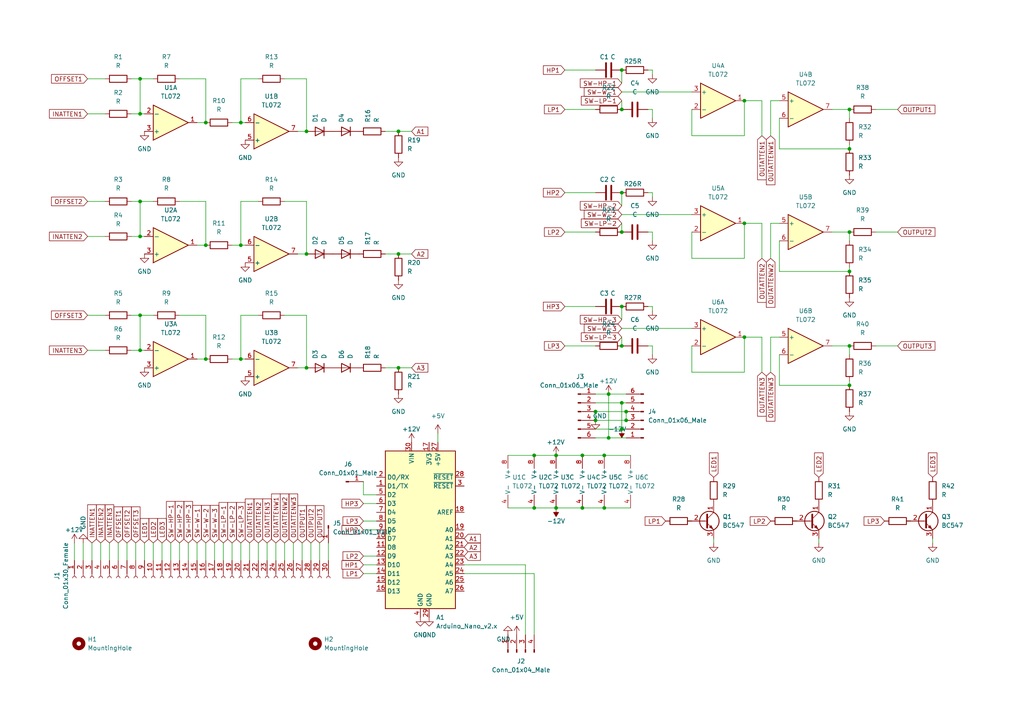
<source format=kicad_sch>
(kicad_sch (version 20211123) (generator eeschema)
  (paper "A4")
  (lib_symbols
    (symbol "Amplifier_Operational:TL072" (pin_names (offset 0.127))
      (property "Reference" "U" (at 0 5.08 0))
      (property "Value" "TL072" (at 0 -5.08 0))
      (symbol "TL072_1_1"
        (pin output line (at 7.62 0 180) (length 2.54) (name "~") (number "1"))
        (pin input line (at -7.62 -2.54 0) (length 2.54) (name "-") (number "2"))
        (pin input line (at -7.62 2.54 0) (length 2.54) (name "+") (number "3"))
      )
      (symbol "TL072_2_1"
        (pin input line (at -7.62 2.54 0) (length 2.54) (name "+") (number "5"))
        (pin input line (at -7.62 -2.54 0) (length 2.54) (name "-") (number "6"))
        (pin output line (at 7.62 0 180) (length 2.54) (name "~") (number "7"))
      )
      (symbol "TL072_3_1"
        (pin power_in line (at -2.54 -7.62 90) (length 3.81) (name "V-") (number "4"))
        (pin power_in line (at -2.54 7.62 270) (length 3.81) (name "V+") (number "8"))
      )
    )
    (symbol "Connector:Conn_01x01_Male" (pin_names (offset 1.016) hide)
      (property "Reference" "J" (at 0 2.54 0))
      (property "Value" "Conn_01x01_Male" (at 0 -2.54 0))
      (symbol "Conn_01x01_Male_1_1"
        (pin passive line (at 5.08 0 180) (length 3.81) (name "Pin_1") (number "1"))
      )
    )
    (symbol "Connector:Conn_01x04_Male" (pin_names (offset 1.016) hide)
      (property "Reference" "J" (at 0 5.08 0))
      (property "Value" "Conn_01x04_Male" (at 0 -7.62 0))
      (symbol "Conn_01x04_Male_1_1"
        (pin passive line (at 5.08 2.54 180) (length 3.81) (name "Pin_1") (number "1"))
        (pin passive line (at 5.08 0 180) (length 3.81) (name "Pin_2") (number "2"))
        (pin passive line (at 5.08 -2.54 180) (length 3.81) (name "Pin_3") (number "3"))
        (pin passive line (at 5.08 -5.08 180) (length 3.81) (name "Pin_4") (number "4"))
      )
    )
    (symbol "Connector:Conn_01x06_Male" (pin_names (offset 1.016) hide)
      (property "Reference" "J" (at 0 7.62 0))
      (property "Value" "Conn_01x06_Male" (at 0 -10.16 0))
      (symbol "Conn_01x06_Male_1_1"
        (pin passive line (at 5.08 5.08 180) (length 3.81) (name "Pin_1") (number "1"))
        (pin passive line (at 5.08 2.54 180) (length 3.81) (name "Pin_2") (number "2"))
        (pin passive line (at 5.08 0 180) (length 3.81) (name "Pin_3") (number "3"))
        (pin passive line (at 5.08 -2.54 180) (length 3.81) (name "Pin_4") (number "4"))
        (pin passive line (at 5.08 -5.08 180) (length 3.81) (name "Pin_5") (number "5"))
        (pin passive line (at 5.08 -7.62 180) (length 3.81) (name "Pin_6") (number "6"))
      )
    )
    (symbol "Connector:Conn_01x30_Female" (pin_names (offset 1.016) hide)
      (property "Reference" "J" (at 0 38.1 0))
      (property "Value" "Conn_01x30_Female" (at 0 -40.64 0))
      (symbol "Conn_01x30_Female_1_1"
        (pin passive line (at -5.08 35.56 0) (length 3.81) (name "Pin_1") (number "1"))
        (pin passive line (at -5.08 12.7 0) (length 3.81) (name "Pin_10") (number "10"))
        (pin passive line (at -5.08 10.16 0) (length 3.81) (name "Pin_11") (number "11"))
        (pin passive line (at -5.08 7.62 0) (length 3.81) (name "Pin_12") (number "12"))
        (pin passive line (at -5.08 5.08 0) (length 3.81) (name "Pin_13") (number "13"))
        (pin passive line (at -5.08 2.54 0) (length 3.81) (name "Pin_14") (number "14"))
        (pin passive line (at -5.08 0 0) (length 3.81) (name "Pin_15") (number "15"))
        (pin passive line (at -5.08 -2.54 0) (length 3.81) (name "Pin_16") (number "16"))
        (pin passive line (at -5.08 -5.08 0) (length 3.81) (name "Pin_17") (number "17"))
        (pin passive line (at -5.08 -7.62 0) (length 3.81) (name "Pin_18") (number "18"))
        (pin passive line (at -5.08 -10.16 0) (length 3.81) (name "Pin_19") (number "19"))
        (pin passive line (at -5.08 33.02 0) (length 3.81) (name "Pin_2") (number "2"))
        (pin passive line (at -5.08 -12.7 0) (length 3.81) (name "Pin_20") (number "20"))
        (pin passive line (at -5.08 -15.24 0) (length 3.81) (name "Pin_21") (number "21"))
        (pin passive line (at -5.08 -17.78 0) (length 3.81) (name "Pin_22") (number "22"))
        (pin passive line (at -5.08 -20.32 0) (length 3.81) (name "Pin_23") (number "23"))
        (pin passive line (at -5.08 -22.86 0) (length 3.81) (name "Pin_24") (number "24"))
        (pin passive line (at -5.08 -25.4 0) (length 3.81) (name "Pin_25") (number "25"))
        (pin passive line (at -5.08 -27.94 0) (length 3.81) (name "Pin_26") (number "26"))
        (pin passive line (at -5.08 -30.48 0) (length 3.81) (name "Pin_27") (number "27"))
        (pin passive line (at -5.08 -33.02 0) (length 3.81) (name "Pin_28") (number "28"))
        (pin passive line (at -5.08 -35.56 0) (length 3.81) (name "Pin_29") (number "29"))
        (pin passive line (at -5.08 30.48 0) (length 3.81) (name "Pin_3") (number "3"))
        (pin passive line (at -5.08 -38.1 0) (length 3.81) (name "Pin_30") (number "30"))
        (pin passive line (at -5.08 27.94 0) (length 3.81) (name "Pin_4") (number "4"))
        (pin passive line (at -5.08 25.4 0) (length 3.81) (name "Pin_5") (number "5"))
        (pin passive line (at -5.08 22.86 0) (length 3.81) (name "Pin_6") (number "6"))
        (pin passive line (at -5.08 20.32 0) (length 3.81) (name "Pin_7") (number "7"))
        (pin passive line (at -5.08 17.78 0) (length 3.81) (name "Pin_8") (number "8"))
        (pin passive line (at -5.08 15.24 0) (length 3.81) (name "Pin_9") (number "9"))
      )
    )
    (symbol "Device:C" (pin_numbers hide) (pin_names (offset 0.254))
      (property "Reference" "C" (at 0.635 2.54 0))
      (property "Value" "C" (at 0.635 -2.54 0))
      (symbol "C_1_1"
        (pin passive line (at 0 3.81 270) (length 2.794) (name "~") (number "1"))
        (pin passive line (at 0 -3.81 90) (length 2.794) (name "~") (number "2"))
      )
    )
    (symbol "Device:D" (pin_numbers hide) (pin_names (offset 1.016) hide)
      (property "Reference" "D" (at 0 2.54 0))
      (property "Value" "D" (at 0 -2.54 0))
      (symbol "D_1_1"
        (pin passive line (at -3.81 0 0) (length 2.54) (name "K") (number "1"))
        (pin passive line (at 3.81 0 180) (length 2.54) (name "A") (number "2"))
      )
    )
    (symbol "Device:R" (pin_numbers hide) (pin_names (offset 0))
      (property "Reference" "R" (at 2.032 0 90))
      (property "Value" "R" (at 0 0 90))
      (symbol "R_1_1"
        (pin passive line (at 0 3.81 270) (length 1.27) (name "~") (number "1"))
        (pin passive line (at 0 -3.81 90) (length 1.27) (name "~") (number "2"))
      )
    )
    (symbol "MCU_Module:Arduino_Nano_v2.x"
      (property "Reference" "A" (at -10.16 23.495 0))
      (property "Value" "Arduino_Nano_v2.x" (at 5.08 -24.13 0))
      (symbol "Arduino_Nano_v2.x_1_1"
        (pin bidirectional line (at -12.7 12.7 0) (length 2.54) (name "D1/TX") (number "1"))
        (pin bidirectional line (at -12.7 -2.54 0) (length 2.54) (name "D7") (number "10"))
        (pin bidirectional line (at -12.7 -5.08 0) (length 2.54) (name "D8") (number "11"))
        (pin bidirectional line (at -12.7 -7.62 0) (length 2.54) (name "D9") (number "12"))
        (pin bidirectional line (at -12.7 -10.16 0) (length 2.54) (name "D10") (number "13"))
        (pin bidirectional line (at -12.7 -12.7 0) (length 2.54) (name "D11") (number "14"))
        (pin bidirectional line (at -12.7 -15.24 0) (length 2.54) (name "D12") (number "15"))
        (pin bidirectional line (at -12.7 -17.78 0) (length 2.54) (name "D13") (number "16"))
        (pin power_out line (at 2.54 25.4 270) (length 2.54) (name "3V3") (number "17"))
        (pin input line (at 12.7 5.08 180) (length 2.54) (name "AREF") (number "18"))
        (pin bidirectional line (at 12.7 0 180) (length 2.54) (name "A0") (number "19"))
        (pin bidirectional line (at -12.7 15.24 0) (length 2.54) (name "D0/RX") (number "2"))
        (pin bidirectional line (at 12.7 -2.54 180) (length 2.54) (name "A1") (number "20"))
        (pin bidirectional line (at 12.7 -5.08 180) (length 2.54) (name "A2") (number "21"))
        (pin bidirectional line (at 12.7 -7.62 180) (length 2.54) (name "A3") (number "22"))
        (pin bidirectional line (at 12.7 -10.16 180) (length 2.54) (name "A4") (number "23"))
        (pin bidirectional line (at 12.7 -12.7 180) (length 2.54) (name "A5") (number "24"))
        (pin bidirectional line (at 12.7 -15.24 180) (length 2.54) (name "A6") (number "25"))
        (pin bidirectional line (at 12.7 -17.78 180) (length 2.54) (name "A7") (number "26"))
        (pin power_out line (at 5.08 25.4 270) (length 2.54) (name "+5V") (number "27"))
        (pin input line (at 12.7 15.24 180) (length 2.54) (name "~{RESET}") (number "28"))
        (pin power_in line (at 2.54 -25.4 90) (length 2.54) (name "GND") (number "29"))
        (pin input line (at 12.7 12.7 180) (length 2.54) (name "~{RESET}") (number "3"))
        (pin power_in line (at -2.54 25.4 270) (length 2.54) (name "VIN") (number "30"))
        (pin power_in line (at 0 -25.4 90) (length 2.54) (name "GND") (number "4"))
        (pin bidirectional line (at -12.7 10.16 0) (length 2.54) (name "D2") (number "5"))
        (pin bidirectional line (at -12.7 7.62 0) (length 2.54) (name "D3") (number "6"))
        (pin bidirectional line (at -12.7 5.08 0) (length 2.54) (name "D4") (number "7"))
        (pin bidirectional line (at -12.7 2.54 0) (length 2.54) (name "D5") (number "8"))
        (pin bidirectional line (at -12.7 0 0) (length 2.54) (name "D6") (number "9"))
      )
    )
    (symbol "Mechanical:MountingHole" (pin_names (offset 1.016))
      (property "Reference" "H" (at 0 5.08 0))
      (property "Value" "MountingHole" (at 0 3.175 0))
    )
    (symbol "Transistor_BJT:BC547" (pin_names (offset 0) hide)
      (property "Reference" "Q" (at 5.08 1.905 0))
      (property "Value" "BC547" (at 5.08 0 0))
      (symbol "BC547_1_1"
        (pin passive line (at 2.54 5.08 270) (length 2.54) (name "C") (number "1"))
        (pin input line (at -5.08 0 0) (length 5.08) (name "B") (number "2"))
        (pin passive line (at 2.54 -5.08 90) (length 2.54) (name "E") (number "3"))
      )
    )
    (symbol "power:+12V" (power) (pin_names (offset 0))
      (property "Value" "+12V" (at 0 3.556 0))
      (symbol "+12V_1_1"
        (pin power_in line (at 0 0 90) (length 0) hide (name "+12V") (number "1"))
      )
    )
    (symbol "power:+5V" (power) (pin_names (offset 0))
      (property "Value" "+5V" (at 0 3.556 0))
      (symbol "+5V_1_1"
        (pin power_in line (at 0 0 90) (length 0) hide (name "+5V") (number "1"))
      )
    )
    (symbol "power:-12V" (power) (pin_names (offset 0))
      (property "Value" "-12V" (at 0 3.81 0))
      (symbol "-12V_0_0"
        (pin power_in line (at 0 0 90) (length 0) hide (name "-12V") (number "1"))
      )
    )
    (symbol "power:GND" (power) (pin_names (offset 0))
      (property "Value" "GND" (at 0 -3.81 0))
      (symbol "GND_1_1"
        (pin power_in line (at 0 0 270) (length 0) hide (name "GND") (number "1"))
      )
    )
  )
  (junction (at 246.38 43.18))
  (junction (at 115.57 38.1))
  (junction (at 246.38 31.75))
  (junction (at 69.85 35.56))
  (junction (at 180.34 31.75))
  (junction (at 180.34 100.33))
  (junction (at 246.38 111.76))
  (junction (at 88.9 73.66))
  (junction (at 88.9 38.1))
  (junction (at 40.64 68.58))
  (junction (at 59.69 35.56))
  (junction (at 180.34 55.88))
  (junction (at 40.64 101.6))
  (junction (at 168.91 147.32))
  (junction (at 175.26 132.08))
  (junction (at 180.34 116.84))
  (junction (at 161.29 132.08))
  (junction (at 176.53 127))
  (junction (at 168.91 132.08))
  (junction (at 154.94 132.08))
  (junction (at 172.72 121.92))
  (junction (at 69.85 71.12))
  (junction (at 180.34 20.32))
  (junction (at 40.64 58.42))
  (junction (at 59.69 71.12))
  (junction (at 246.38 67.31))
  (junction (at 88.9 106.68))
  (junction (at 40.64 33.02))
  (junction (at 115.57 73.66))
  (junction (at 180.34 88.9))
  (junction (at 181.61 121.92))
  (junction (at 215.9 97.79))
  (junction (at 172.72 119.38))
  (junction (at 69.85 104.14))
  (junction (at 154.94 147.32))
  (junction (at 175.26 147.32))
  (junction (at 215.9 64.77))
  (junction (at 176.53 114.3))
  (junction (at 246.38 78.74))
  (junction (at 215.9 29.21))
  (junction (at 40.64 91.44))
  (junction (at 59.69 104.14))
  (junction (at 115.57 106.68))
  (junction (at 181.61 119.38))
  (junction (at 161.29 147.32))
  (junction (at 40.64 22.86))
  (junction (at 246.38 100.33))
  (junction (at 180.34 124.46))
  (junction (at 180.34 67.31))
  (wire (pts (xy 88.9 91.44) (xy 88.9 106.68)))
  (wire (pts (xy 187.96 88.9) (xy 189.23 88.9)))
  (wire (pts (xy 187.96 67.31) (xy 189.23 67.31)))
  (wire (pts (xy 41.91 157.48) (xy 41.91 162.56)))
  (wire (pts (xy 175.26 147.32) (xy 182.88 147.32)))
  (wire (pts (xy 105.41 146.05) (xy 109.22 146.05)))
  (wire (pts (xy 226.06 78.74) (xy 246.38 78.74)))
  (wire (pts (xy 168.91 147.32) (xy 175.26 147.32)))
  (wire (pts (xy 215.9 107.95) (xy 215.9 97.79)))
  (wire (pts (xy 254 31.75) (xy 260.35 31.75)))
  (wire (pts (xy 200.66 151.13) (xy 199.39 151.13)))
  (wire (pts (xy 180.34 116.84) (xy 181.61 116.84)))
  (wire (pts (xy 163.83 100.33) (xy 172.72 100.33)))
  (wire (pts (xy 226.06 69.85) (xy 226.06 78.74)))
  (wire (pts (xy 25.4 101.6) (xy 30.48 101.6)))
  (wire (pts (xy 34.29 162.56) (xy 34.29 157.48)))
  (wire (pts (xy 220.98 74.93) (xy 220.98 64.77)))
  (wire (pts (xy 80.01 162.56) (xy 80.01 157.48)))
  (wire (pts (xy 215.9 39.37) (xy 215.9 29.21)))
  (wire (pts (xy 38.1 33.02) (xy 40.64 33.02)))
  (wire (pts (xy 163.83 55.88) (xy 172.72 55.88)))
  (wire (pts (xy 161.29 132.08) (xy 168.91 132.08)))
  (wire (pts (xy 67.31 104.14) (xy 69.85 104.14)))
  (wire (pts (xy 38.1 58.42) (xy 40.64 58.42)))
  (wire (pts (xy 223.52 97.79) (xy 226.06 97.79)))
  (wire (pts (xy 69.85 157.48) (xy 69.85 162.56)))
  (wire (pts (xy 82.55 91.44) (xy 88.9 91.44)))
  (wire (pts (xy 77.47 157.48) (xy 77.47 162.56)))
  (wire (pts (xy 180.34 55.88) (xy 180.34 59.69)))
  (wire (pts (xy 241.3 100.33) (xy 246.38 100.33)))
  (wire (pts (xy 25.4 33.02) (xy 30.48 33.02)))
  (wire (pts (xy 25.4 68.58) (xy 30.48 68.58)))
  (wire (pts (xy 88.9 22.86) (xy 88.9 38.1)))
  (wire (pts (xy 187.96 100.33) (xy 189.23 100.33)))
  (wire (pts (xy 134.62 166.37) (xy 154.94 166.37)))
  (wire (pts (xy 180.34 88.9) (xy 180.34 92.71)))
  (wire (pts (xy 57.15 71.12) (xy 59.69 71.12)))
  (wire (pts (xy 147.32 132.08) (xy 154.94 132.08)))
  (wire (pts (xy 168.91 132.08) (xy 175.26 132.08)))
  (wire (pts (xy 220.98 97.79) (xy 215.9 97.79)))
  (wire (pts (xy 220.98 29.21) (xy 215.9 29.21)))
  (wire (pts (xy 105.41 143.51) (xy 109.22 143.51)))
  (wire (pts (xy 69.85 104.14) (xy 69.85 91.44)))
  (wire (pts (xy 44.45 162.56) (xy 44.45 157.48)))
  (wire (pts (xy 180.34 124.46) (xy 181.61 124.46)))
  (wire (pts (xy 134.62 163.83) (xy 152.4 163.83)))
  (wire (pts (xy 105.41 166.37) (xy 109.22 166.37)))
  (wire (pts (xy 59.69 91.44) (xy 59.69 104.14)))
  (wire (pts (xy 200.66 67.31) (xy 200.66 74.93)))
  (wire (pts (xy 147.32 147.32) (xy 154.94 147.32)))
  (wire (pts (xy 38.1 68.58) (xy 40.64 68.58)))
  (wire (pts (xy 176.53 114.3) (xy 176.53 127)))
  (wire (pts (xy 172.72 114.3) (xy 176.53 114.3)))
  (wire (pts (xy 241.3 67.31) (xy 246.38 67.31)))
  (wire (pts (xy 207.01 157.48) (xy 207.01 156.21)))
  (wire (pts (xy 40.64 58.42) (xy 44.45 58.42)))
  (wire (pts (xy 67.31 71.12) (xy 69.85 71.12)))
  (wire (pts (xy 220.98 64.77) (xy 215.9 64.77)))
  (wire (pts (xy 67.31 35.56) (xy 69.85 35.56)))
  (wire (pts (xy 38.1 22.86) (xy 40.64 22.86)))
  (wire (pts (xy 115.57 38.1) (xy 111.76 38.1)))
  (wire (pts (xy 231.14 151.13) (xy 229.87 151.13)))
  (wire (pts (xy 180.34 97.79) (xy 180.34 100.33)))
  (wire (pts (xy 200.66 31.75) (xy 200.66 39.37)))
  (wire (pts (xy 31.75 157.48) (xy 31.75 162.56)))
  (wire (pts (xy 161.29 147.32) (xy 168.91 147.32)))
  (wire (pts (xy 85.09 162.56) (xy 85.09 157.48)))
  (wire (pts (xy 105.41 161.29) (xy 109.22 161.29)))
  (wire (pts (xy 69.85 91.44) (xy 74.93 91.44)))
  (wire (pts (xy 115.57 73.66) (xy 119.38 73.66)))
  (wire (pts (xy 176.53 114.3) (xy 181.61 114.3)))
  (wire (pts (xy 21.59 157.48) (xy 21.59 162.56)))
  (wire (pts (xy 105.41 151.13) (xy 109.22 151.13)))
  (wire (pts (xy 36.83 157.48) (xy 36.83 162.56)))
  (wire (pts (xy 92.71 157.48) (xy 92.71 162.56)))
  (wire (pts (xy 82.55 58.42) (xy 88.9 58.42)))
  (wire (pts (xy 26.67 157.48) (xy 26.67 162.56)))
  (wire (pts (xy 241.3 31.75) (xy 246.38 31.75)))
  (wire (pts (xy 181.61 119.38) (xy 181.61 121.92)))
  (wire (pts (xy 87.63 157.48) (xy 87.63 162.56)))
  (wire (pts (xy 40.64 58.42) (xy 40.64 68.58)))
  (wire (pts (xy 163.83 20.32) (xy 172.72 20.32)))
  (wire (pts (xy 200.66 107.95) (xy 215.9 107.95)))
  (wire (pts (xy 172.72 116.84) (xy 180.34 116.84)))
  (wire (pts (xy 40.64 68.58) (xy 41.91 68.58)))
  (wire (pts (xy 220.98 107.95) (xy 220.98 97.79)))
  (wire (pts (xy 57.15 162.56) (xy 57.15 157.48)))
  (wire (pts (xy 246.38 31.75) (xy 246.38 34.29)))
  (wire (pts (xy 176.53 127) (xy 181.61 127)))
  (wire (pts (xy 172.72 121.92) (xy 181.61 121.92)))
  (wire (pts (xy 69.85 71.12) (xy 69.85 58.42)))
  (wire (pts (xy 69.85 35.56) (xy 71.12 35.56)))
  (wire (pts (xy 62.23 162.56) (xy 62.23 157.48)))
  (wire (pts (xy 95.25 162.56) (xy 95.25 157.48)))
  (wire (pts (xy 25.4 58.42) (xy 30.48 58.42)))
  (wire (pts (xy 115.57 38.1) (xy 119.38 38.1)))
  (wire (pts (xy 215.9 74.93) (xy 215.9 64.77)))
  (wire (pts (xy 189.23 88.9) (xy 189.23 90.17)))
  (wire (pts (xy 189.23 20.32) (xy 189.23 21.59)))
  (wire (pts (xy 180.34 64.77) (xy 180.34 67.31)))
  (wire (pts (xy 187.96 31.75) (xy 189.23 31.75)))
  (wire (pts (xy 254 67.31) (xy 260.35 67.31)))
  (wire (pts (xy 72.39 157.48) (xy 72.39 162.56)))
  (wire (pts (xy 69.85 22.86) (xy 74.93 22.86)))
  (wire (pts (xy 82.55 22.86) (xy 88.9 22.86)))
  (wire (pts (xy 163.83 88.9) (xy 172.72 88.9)))
  (wire (pts (xy 40.64 91.44) (xy 44.45 91.44)))
  (wire (pts (xy 88.9 73.66) (xy 86.36 73.66)))
  (wire (pts (xy 46.99 157.48) (xy 46.99 162.56)))
  (wire (pts (xy 52.07 58.42) (xy 59.69 58.42)))
  (wire (pts (xy 180.34 26.67) (xy 200.66 26.67)))
  (wire (pts (xy 226.06 43.18) (xy 246.38 43.18)))
  (wire (pts (xy 200.66 74.93) (xy 215.9 74.93)))
  (wire (pts (xy 180.34 116.84) (xy 180.34 124.46)))
  (wire (pts (xy 59.69 22.86) (xy 59.69 35.56)))
  (wire (pts (xy 88.9 38.1) (xy 86.36 38.1)))
  (wire (pts (xy 49.53 157.48) (xy 49.53 162.56)))
  (wire (pts (xy 105.41 153.67) (xy 109.22 153.67)))
  (wire (pts (xy 25.4 91.44) (xy 30.48 91.44)))
  (wire (pts (xy 64.77 157.48) (xy 64.77 162.56)))
  (wire (pts (xy 154.94 166.37) (xy 154.94 184.15)))
  (wire (pts (xy 29.21 162.56) (xy 29.21 157.48)))
  (wire (pts (xy 38.1 91.44) (xy 40.64 91.44)))
  (wire (pts (xy 189.23 31.75) (xy 189.23 34.29)))
  (wire (pts (xy 180.34 62.23) (xy 200.66 62.23)))
  (wire (pts (xy 226.06 111.76) (xy 246.38 111.76)))
  (wire (pts (xy 223.52 107.95) (xy 223.52 97.79)))
  (wire (pts (xy 69.85 35.56) (xy 69.85 22.86)))
  (wire (pts (xy 223.52 64.77) (xy 226.06 64.77)))
  (wire (pts (xy 57.15 35.56) (xy 59.69 35.56)))
  (wire (pts (xy 52.07 162.56) (xy 52.07 157.48)))
  (wire (pts (xy 40.64 33.02) (xy 41.91 33.02)))
  (wire (pts (xy 189.23 67.31) (xy 189.23 69.85)))
  (wire (pts (xy 226.06 102.87) (xy 226.06 111.76)))
  (wire (pts (xy 189.23 55.88) (xy 189.23 57.15)))
  (wire (pts (xy 152.4 163.83) (xy 152.4 184.15)))
  (wire (pts (xy 246.38 41.91) (xy 246.38 43.18)))
  (wire (pts (xy 69.85 71.12) (xy 71.12 71.12)))
  (wire (pts (xy 180.34 20.32) (xy 180.34 24.13)))
  (wire (pts (xy 127 128.27) (xy 127 125.73)))
  (wire (pts (xy 270.51 157.48) (xy 270.51 156.21)))
  (wire (pts (xy 246.38 110.49) (xy 246.38 111.76)))
  (wire (pts (xy 200.66 39.37) (xy 215.9 39.37)))
  (wire (pts (xy 105.41 163.83) (xy 109.22 163.83)))
  (wire (pts (xy 59.69 157.48) (xy 59.69 162.56)))
  (wire (pts (xy 154.94 147.32) (xy 161.29 147.32)))
  (wire (pts (xy 237.49 157.48) (xy 237.49 156.21)))
  (wire (pts (xy 67.31 162.56) (xy 67.31 157.48)))
  (wire (pts (xy 187.96 20.32) (xy 189.23 20.32)))
  (wire (pts (xy 82.55 157.48) (xy 82.55 162.56)))
  (wire (pts (xy 40.64 91.44) (xy 40.64 101.6)))
  (wire (pts (xy 254 100.33) (xy 260.35 100.33)))
  (wire (pts (xy 180.34 95.25) (xy 200.66 95.25)))
  (wire (pts (xy 39.37 162.56) (xy 39.37 157.48)))
  (wire (pts (xy 52.07 22.86) (xy 59.69 22.86)))
  (wire (pts (xy 163.83 31.75) (xy 172.72 31.75)))
  (wire (pts (xy 172.72 119.38) (xy 172.72 121.92)))
  (wire (pts (xy 69.85 104.14) (xy 71.12 104.14)))
  (wire (pts (xy 57.15 104.14) (xy 59.69 104.14)))
  (wire (pts (xy 154.94 132.08) (xy 161.29 132.08)))
  (wire (pts (xy 88.9 106.68) (xy 86.36 106.68)))
  (wire (pts (xy 74.93 162.56) (xy 74.93 157.48)))
  (wire (pts (xy 223.52 74.93) (xy 223.52 64.77)))
  (wire (pts (xy 172.72 119.38) (xy 181.61 119.38)))
  (wire (pts (xy 38.1 101.6) (xy 40.64 101.6)))
  (wire (pts (xy 189.23 100.33) (xy 189.23 102.87)))
  (wire (pts (xy 187.96 55.88) (xy 189.23 55.88)))
  (wire (pts (xy 40.64 22.86) (xy 40.64 33.02)))
  (wire (pts (xy 59.69 58.42) (xy 59.69 71.12)))
  (wire (pts (xy 69.85 58.42) (xy 74.93 58.42)))
  (wire (pts (xy 88.9 58.42) (xy 88.9 73.66)))
  (wire (pts (xy 172.72 127) (xy 176.53 127)))
  (wire (pts (xy 220.98 39.37) (xy 220.98 29.21)))
  (wire (pts (xy 172.72 124.46) (xy 180.34 124.46)))
  (wire (pts (xy 246.38 67.31) (xy 246.38 69.85)))
  (wire (pts (xy 90.17 162.56) (xy 90.17 157.48)))
  (wire (pts (xy 54.61 157.48) (xy 54.61 162.56)))
  (wire (pts (xy 163.83 67.31) (xy 172.72 67.31)))
  (wire (pts (xy 226.06 34.29) (xy 226.06 43.18)))
  (wire (pts (xy 24.13 162.56) (xy 24.13 157.48)))
  (wire (pts (xy 264.16 151.13) (xy 262.89 151.13)))
  (wire (pts (xy 115.57 106.68) (xy 119.38 106.68)))
  (wire (pts (xy 246.38 100.33) (xy 246.38 102.87)))
  (wire (pts (xy 175.26 132.08) (xy 182.88 132.08)))
  (wire (pts (xy 246.38 77.47) (xy 246.38 78.74)))
  (wire (pts (xy 180.34 29.21) (xy 180.34 31.75)))
  (wire (pts (xy 115.57 106.68) (xy 111.76 106.68)))
  (wire (pts (xy 223.52 39.37) (xy 223.52 29.21)))
  (wire (pts (xy 105.41 139.7) (xy 105.41 143.51)))
  (wire (pts (xy 52.07 91.44) (xy 59.69 91.44)))
  (wire (pts (xy 200.66 100.33) (xy 200.66 107.95)))
  (wire (pts (xy 25.4 22.86) (xy 30.48 22.86)))
  (wire (pts (xy 40.64 101.6) (xy 41.91 101.6)))
  (wire (pts (xy 40.64 22.86) (xy 44.45 22.86)))
  (wire (pts (xy 115.57 73.66) (xy 111.76 73.66)))
  (wire (pts (xy 223.52 29.21) (xy 226.06 29.21)))
  (global_label "SW-LP-1" (shape input) (at 180.34 29.21 180) (property "Intersheet References" "${INTERSHEET_REFS}" (effects hide)))
  (global_label "OUTPUT2" (shape input) (at 260.35 67.31 0) (property "Intersheet References" "${INTERSHEET_REFS}" (effects hide)))
  (global_label "HP2" (shape input) (at 163.83 55.88 180) (property "Intersheet References" "${INTERSHEET_REFS}" (effects hide)))
  (global_label "LED1" (shape input) (at 207.01 138.43 90) (property "Intersheet References" "${INTERSHEET_REFS}" (effects hide)))
  (global_label "LP3" (shape input) (at 163.83 100.33 180) (property "Intersheet References" "${INTERSHEET_REFS}" (effects hide)))
  (global_label "SW-W-2" (shape input) (at 59.69 157.48 90) (property "Intersheet References" "${INTERSHEET_REFS}" (effects hide)))
  (global_label "LED1" (shape input) (at 41.91 157.48 90) (property "Intersheet References" "${INTERSHEET_REFS}" (effects hide)))
  (global_label "OUTPUT3" (shape input) (at 92.71 157.48 90) (property "Intersheet References" "${INTERSHEET_REFS}" (effects hide)))
  (global_label "OUTATTENW1" (shape input) (at 80.01 157.48 90) (property "Intersheet References" "${INTERSHEET_REFS}" (effects hide)))
  (global_label "OUTATTEN1" (shape input) (at 72.39 157.48 90) (property "Intersheet References" "${INTERSHEET_REFS}" (effects hide)))
  (global_label "OUTATTEN3" (shape input) (at 77.47 157.48 90) (property "Intersheet References" "${INTERSHEET_REFS}" (effects hide)))
  (global_label "OUTPUT1" (shape input) (at 260.35 31.75 0) (property "Intersheet References" "${INTERSHEET_REFS}" (effects hide)))
  (global_label "LED3" (shape input) (at 270.51 138.43 90) (property "Intersheet References" "${INTERSHEET_REFS}" (effects hide)))
  (global_label "LP1" (shape input) (at 193.04 151.13 180) (property "Intersheet References" "${INTERSHEET_REFS}" (effects hide)))
  (global_label "SW-LP-2" (shape input) (at 67.31 157.48 90) (property "Intersheet References" "${INTERSHEET_REFS}" (effects hide)))
  (global_label "SW-HP-3" (shape input) (at 180.34 92.71 180) (property "Intersheet References" "${INTERSHEET_REFS}" (effects hide)))
  (global_label "LED2" (shape input) (at 44.45 157.48 90) (property "Intersheet References" "${INTERSHEET_REFS}" (effects hide)))
  (global_label "SW-W-2" (shape input) (at 180.34 62.23 180) (property "Intersheet References" "${INTERSHEET_REFS}" (effects hide)))
  (global_label "INATTEN1" (shape input) (at 26.67 157.48 90) (property "Intersheet References" "${INTERSHEET_REFS}" (effects hide)))
  (global_label "LP3" (shape input) (at 105.41 151.13 180) (property "Intersheet References" "${INTERSHEET_REFS}" (effects hide)))
  (global_label "HP2" (shape input) (at 105.41 153.67 180) (property "Intersheet References" "${INTERSHEET_REFS}" (effects hide)))
  (global_label "SW-W-1" (shape input) (at 57.15 157.48 90) (property "Intersheet References" "${INTERSHEET_REFS}" (effects hide)))
  (global_label "SW-LP-3" (shape input) (at 69.85 157.48 90) (property "Intersheet References" "${INTERSHEET_REFS}" (effects hide)))
  (global_label "HP3" (shape input) (at 163.83 88.9 180) (property "Intersheet References" "${INTERSHEET_REFS}" (effects hide)))
  (global_label "SW-W-1" (shape input) (at 180.34 26.67 180) (property "Intersheet References" "${INTERSHEET_REFS}" (effects hide)))
  (global_label "OFFSET1" (shape input) (at 34.29 157.48 90) (property "Intersheet References" "${INTERSHEET_REFS}" (effects hide)))
  (global_label "HP1" (shape input) (at 163.83 20.32 180) (property "Intersheet References" "${INTERSHEET_REFS}" (effects hide)))
  (global_label "OFFSET2" (shape input) (at 25.4 58.42 180) (property "Intersheet References" "${INTERSHEET_REFS}" (effects hide)))
  (global_label "OUTATTENW2" (shape input) (at 223.52 74.93 270) (property "Intersheet References" "${INTERSHEET_REFS}" (effects hide)))
  (global_label "SW-HP-2" (shape input) (at 180.34 59.69 180) (property "Intersheet References" "${INTERSHEET_REFS}" (effects hide)))
  (global_label "OUTATTEN3" (shape input) (at 220.98 107.95 270) (property "Intersheet References" "${INTERSHEET_REFS}" (effects hide)))
  (global_label "OUTATTEN1" (shape input) (at 220.98 39.37 270) (property "Intersheet References" "${INTERSHEET_REFS}" (effects hide)))
  (global_label "A3" (shape input) (at 119.38 106.68 0) (property "Intersheet References" "${INTERSHEET_REFS}" (effects hide)))
  (global_label "OUTATTEN2" (shape input) (at 220.98 74.93 270) (property "Intersheet References" "${INTERSHEET_REFS}" (effects hide)))
  (global_label "SW-HP-2" (shape input) (at 52.07 157.48 90) (property "Intersheet References" "${INTERSHEET_REFS}" (effects hide)))
  (global_label "OUTPUT1" (shape input) (at 87.63 157.48 90) (property "Intersheet References" "${INTERSHEET_REFS}" (effects hide)))
  (global_label "OFFSET2" (shape input) (at 36.83 157.48 90) (property "Intersheet References" "${INTERSHEET_REFS}" (effects hide)))
  (global_label "OUTATTENW2" (shape input) (at 82.55 157.48 90) (property "Intersheet References" "${INTERSHEET_REFS}" (effects hide)))
  (global_label "OUTATTEN2" (shape input) (at 74.93 157.48 90) (property "Intersheet References" "${INTERSHEET_REFS}" (effects hide)))
  (global_label "LP2" (shape input) (at 163.83 67.31 180) (property "Intersheet References" "${INTERSHEET_REFS}" (effects hide)))
  (global_label "A2" (shape input) (at 134.62 158.75 0) (property "Intersheet References" "${INTERSHEET_REFS}" (effects hide)))
  (global_label "A3" (shape input) (at 134.62 161.29 0) (property "Intersheet References" "${INTERSHEET_REFS}" (effects hide)))
  (global_label "SW-LP-3" (shape input) (at 180.34 97.79 180) (property "Intersheet References" "${INTERSHEET_REFS}" (effects hide)))
  (global_label "INATTEN3" (shape input) (at 31.75 157.48 90) (property "Intersheet References" "${INTERSHEET_REFS}" (effects hide)))
  (global_label "OUTPUT2" (shape input) (at 90.17 157.48 90) (property "Intersheet References" "${INTERSHEET_REFS}" (effects hide)))
  (global_label "SW-W-3" (shape input) (at 180.34 95.25 180) (property "Intersheet References" "${INTERSHEET_REFS}" (effects hide)))
  (global_label "SW-HP-1" (shape input) (at 180.34 24.13 180) (property "Intersheet References" "${INTERSHEET_REFS}" (effects hide)))
  (global_label "LP3" (shape input) (at 256.54 151.13 180) (property "Intersheet References" "${INTERSHEET_REFS}" (effects hide)))
  (global_label "A1" (shape input) (at 119.38 38.1 0) (property "Intersheet References" "${INTERSHEET_REFS}" (effects hide)))
  (global_label "OFFSET3" (shape input) (at 39.37 157.48 90) (property "Intersheet References" "${INTERSHEET_REFS}" (effects hide)))
  (global_label "LED3" (shape input) (at 46.99 157.48 90) (property "Intersheet References" "${INTERSHEET_REFS}" (effects hide)))
  (global_label "OUTATTENW1" (shape input) (at 223.52 39.37 270) (property "Intersheet References" "${INTERSHEET_REFS}" (effects hide)))
  (global_label "LP2" (shape input) (at 223.52 151.13 180) (property "Intersheet References" "${INTERSHEET_REFS}" (effects hide)))
  (global_label "INATTEN2" (shape input) (at 25.4 68.58 180) (property "Intersheet References" "${INTERSHEET_REFS}" (effects hide)))
  (global_label "OUTPUT3" (shape input) (at 260.35 100.33 0) (property "Intersheet References" "${INTERSHEET_REFS}" (effects hide)))
  (global_label "OFFSET1" (shape input) (at 25.4 22.86 180) (property "Intersheet References" "${INTERSHEET_REFS}" (effects hide)))
  (global_label "INATTEN3" (shape input) (at 25.4 101.6 180) (property "Intersheet References" "${INTERSHEET_REFS}" (effects hide)))
  (global_label "SW-HP-1" (shape input) (at 49.53 157.48 90) (property "Intersheet References" "${INTERSHEET_REFS}" (effects hide)))
  (global_label "SW-LP-2" (shape input) (at 180.34 64.77 180) (property "Intersheet References" "${INTERSHEET_REFS}" (effects hide)))
  (global_label "OUTATTENW3" (shape input) (at 85.09 157.48 90) (property "Intersheet References" "${INTERSHEET_REFS}" (effects hide)))
  (global_label "SW-LP-1" (shape input) (at 64.77 157.48 90) (property "Intersheet References" "${INTERSHEET_REFS}" (effects hide)))
  (global_label "OFFSET3" (shape input) (at 25.4 91.44 180) (property "Intersheet References" "${INTERSHEET_REFS}" (effects hide)))
  (global_label "INATTEN2" (shape input) (at 29.21 157.48 90) (property "Intersheet References" "${INTERSHEET_REFS}" (effects hide)))
  (global_label "SW-HP-3" (shape input) (at 54.61 157.48 90) (property "Intersheet References" "${INTERSHEET_REFS}" (effects hide)))
  (global_label "LED2" (shape input) (at 237.49 138.43 90) (property "Intersheet References" "${INTERSHEET_REFS}" (effects hide)))
  (global_label "LP2" (shape input) (at 105.41 161.29 180) (property "Intersheet References" "${INTERSHEET_REFS}" (effects hide)))
  (global_label "SW-W-3" (shape input) (at 62.23 157.48 90) (property "Intersheet References" "${INTERSHEET_REFS}" (effects hide)))
  (global_label "HP3" (shape input) (at 105.41 146.05 180) (property "Intersheet References" "${INTERSHEET_REFS}" (effects hide)))
  (global_label "INATTEN1" (shape input) (at 25.4 33.02 180) (property "Intersheet References" "${INTERSHEET_REFS}" (effects hide)))
  (global_label "LP1" (shape input) (at 105.41 166.37 180) (property "Intersheet References" "${INTERSHEET_REFS}" (effects hide)))
  (global_label "A2" (shape input) (at 119.38 73.66 0) (property "Intersheet References" "${INTERSHEET_REFS}" (effects hide)))
  (global_label "OUTATTENW3" (shape input) (at 223.52 107.95 270) (property "Intersheet References" "${INTERSHEET_REFS}" (effects hide)))
  (global_label "HP1" (shape input) (at 105.41 163.83 180) (property "Intersheet References" "${INTERSHEET_REFS}" (effects hide)))
  (global_label "A1" (shape input) (at 134.62 156.21 0) (property "Intersheet References" "${INTERSHEET_REFS}" (effects hide)))
  (global_label "LP1" (shape input) (at 163.83 31.75 180) (property "Intersheet References" "${INTERSHEET_REFS}" (effects hide)))
  (symbol (lib_id "Device:D") (at 92.71 73.66 180) (unit 1)
    (property "Reference" "D2" (at 91.4399 71.12 90) (effects (justify right)))
    (property "Value" "D" (at 93.9799 71.12 90) (effects (justify right)))
    (property "Footprint" "Diode_THT:D_A-405_P7.62mm_Horizontal" (effects hide))
  )
  (symbol (lib_id "Device:D") (at 100.33 106.68 180) (unit 1)
    (property "Reference" "D6" (at 99.0599 104.14 90) (effects (justify right)))
    (property "Value" "D" (at 101.5999 104.14 90) (effects (justify right)))
    (property "Footprint" "Diode_THT:D_A-405_P7.62mm_Horizontal" (effects hide))
  )
  (symbol (lib_id "Device:C") (at 184.15 67.31 90) (unit 1)
    (property "Reference" "C5" (at 184.15 59.69 90))
    (property "Value" "C" (at 184.15 62.23 90))
    (property "Footprint" "Capacitor_THT:C_Axial_L5.1mm_D3.1mm_P7.50mm_Horizontal" (effects hide))
  )
  (symbol (lib_id "Device:D") (at 92.71 106.68 180) (unit 1)
    (property "Reference" "D3" (at 91.4399 104.14 90) (effects (justify right)))
    (property "Value" "D" (at 93.9799 104.14 90) (effects (justify right)))
    (property "Footprint" "Diode_THT:D_A-405_P7.62mm_Horizontal" (effects hide))
  )
  (symbol (lib_id "power:GND") (at 270.51 157.48 0) (unit 1)
    (property "Reference" "#PWR0112" (effects hide))
    (property "Value" "GND" (at 270.51 162.56 0))
  )
  (symbol (lib_id "power:-12V") (at 180.34 124.46 180) (unit 1)
    (property "Reference" "#PWR0120" (effects hide))
    (property "Value" "-12V" (at 179.07 124.46 0))
  )
  (symbol (lib_id "Device:C") (at 176.53 55.88 90) (unit 1)
    (property "Reference" "C2" (at 175.26 52.07 90))
    (property "Value" "C" (at 177.8 52.07 90))
    (property "Footprint" "Capacitor_THT:C_Axial_L5.1mm_D3.1mm_P7.50mm_Horizontal" (effects hide))
  )
  (symbol (lib_id "Connector:Conn_01x30_Female") (at 57.15 167.64 90) (mirror x) (unit 1)
    (property "Reference" "J1" (at 16.51 167.005 0))
    (property "Value" "Conn_01x30_Female" (at 19.05 167.005 0))
    (property "Footprint" "Connector_PinHeader_2.54mm:PinHeader_1x30_P2.54mm_Vertical" (effects hide))
  )
  (symbol (lib_id "Amplifier_Operational:TL072") (at 149.86 139.7 0) (unit 3)
    (property "Reference" "U1" (at 148.59 138.4299 0) (effects (justify left)))
    (property "Value" "TL072" (at 148.59 140.9699 0) (effects (justify left)))
    (property "Footprint" "Package_DIP:DIP-8_W7.62mm" (effects hide))
    (property "Datasheet" "http://www.ti.com/lit/ds/symlink/tl071.pdf" (effects hide))
  )
  (symbol (lib_id "Device:R") (at 237.49 142.24 180) (unit 1)
    (property "Reference" "R31" (at 240.03 140.9699 0) (effects (justify right)))
    (property "Value" "R" (at 240.03 143.5099 0) (effects (justify right)))
    (property "Footprint" "Resistor_THT:R_Axial_DIN0207_L6.3mm_D2.5mm_P7.62mm_Horizontal" (effects hide))
  )
  (symbol (lib_id "Device:R") (at 176.53 67.31 270) (unit 1)
    (property "Reference" "R23" (at 176.53 60.9732 90))
    (property "Value" "R" (at 176.53 63.5132 90))
    (property "Footprint" "Resistor_THT:R_Axial_DIN0207_L6.3mm_D2.5mm_P7.62mm_Horizontal" (effects hide))
  )
  (symbol (lib_id "Device:R") (at 63.5 71.12 270) (unit 1)
    (property "Reference" "R11" (at 63.5 64.77 90))
    (property "Value" "R" (at 63.5 67.31 90))
    (property "Footprint" "Resistor_THT:R_Axial_DIN0207_L6.3mm_D2.5mm_P7.62mm_Horizontal" (effects hide))
  )
  (symbol (lib_id "power:+5V") (at 127 125.73 0) (unit 1)
    (property "Reference" "#PWR0107" (effects hide))
    (property "Value" "+5V" (at 127 120.65 0))
  )
  (symbol (lib_id "Device:C") (at 184.15 100.33 90) (unit 1)
    (property "Reference" "C6" (at 184.15 92.71 90))
    (property "Value" "C" (at 184.15 95.25 90))
    (property "Footprint" "Capacitor_THT:C_Axial_L5.1mm_D3.1mm_P7.50mm_Horizontal" (effects hide))
  )
  (symbol (lib_id "Transistor_BJT:BC547") (at 204.47 151.13 0) (unit 1)
    (property "Reference" "Q1" (at 209.55 149.8599 0) (effects (justify left)))
    (property "Value" "BC547" (at 209.55 152.3999 0) (effects (justify left)))
    (property "Footprint" "Package_TO_SOT_THT:TO-92_Inline_Wide" (effects hide))
    (property "Datasheet" "https://www.onsemi.com/pub/Collateral/BC550-D.pdf" (effects hide))
  )
  (symbol (lib_id "Transistor_BJT:BC547") (at 234.95 151.13 0) (unit 1)
    (property "Reference" "Q2" (at 240.03 149.8599 0) (effects (justify left)))
    (property "Value" "BC547" (at 240.03 152.3999 0) (effects (justify left)))
    (property "Footprint" "Package_TO_SOT_THT:TO-92_Inline_Wide" (effects hide))
    (property "Datasheet" "https://www.onsemi.com/pub/Collateral/BC550-D.pdf" (effects hide))
  )
  (symbol (lib_id "power:GND") (at 115.57 81.28 0) (unit 1)
    (property "Reference" "#PWR0122" (effects hide))
    (property "Value" "GND" (at 115.57 86.36 0))
  )
  (symbol (lib_id "Device:R") (at 34.29 58.42 270) (unit 1)
    (property "Reference" "R3" (at 34.29 52.07 90))
    (property "Value" "R" (at 34.29 54.61 90))
    (property "Footprint" "Resistor_THT:R_Axial_DIN0207_L6.3mm_D2.5mm_P7.62mm_Horizontal" (effects hide))
  )
  (symbol (lib_id "Device:R") (at 34.29 68.58 270) (unit 1)
    (property "Reference" "R4" (at 34.29 62.4425 90))
    (property "Value" "R" (at 34.29 64.9825 90))
    (property "Footprint" "Resistor_THT:R_Axial_DIN0207_L6.3mm_D2.5mm_P7.62mm_Horizontal" (effects hide))
  )
  (symbol (lib_id "power:+12V") (at 176.53 114.3 0) (unit 1)
    (property "Reference" "#PWR0119" (effects hide))
    (property "Value" "+12V" (at 179.07 110.49 0) (effects (justify right)))
  )
  (symbol (lib_id "Mechanical:MountingHole") (at 91.44 186.69 0) (unit 1)
    (property "Reference" "H2" (at 93.98 185.4199 0) (effects (justify left)))
    (property "Value" "MountingHole" (at 93.98 187.9599 0) (effects (justify left)))
    (property "Footprint" "MountingHole:MountingHole_4.3mm_M4" (effects hide))
  )
  (symbol (lib_id "Device:R") (at 63.5 104.14 270) (unit 1)
    (property "Reference" "R12" (at 63.5 97.79 90))
    (property "Value" "R" (at 63.5 100.33 90))
    (property "Footprint" "Resistor_THT:R_Axial_DIN0207_L6.3mm_D2.5mm_P7.62mm_Horizontal" (effects hide))
  )
  (symbol (lib_id "Amplifier_Operational:TL072") (at 177.8 139.7 0) (unit 3)
    (property "Reference" "U5" (at 176.53 138.4299 0) (effects (justify left)))
    (property "Value" "TL072" (at 176.53 140.9699 0) (effects (justify left)))
    (property "Footprint" "Package_DIP:DIP-8_W7.62mm" (effects hide))
    (property "Datasheet" "http://www.ti.com/lit/ds/symlink/tl071.pdf" (effects hide))
  )
  (symbol (lib_id "Mechanical:MountingHole") (at 22.86 186.69 0) (unit 1)
    (property "Reference" "H1" (at 25.4 185.4199 0) (effects (justify left)))
    (property "Value" "MountingHole" (at 25.4 187.9599 0) (effects (justify left)))
    (property "Footprint" "MountingHole:MountingHole_4.3mm_M4" (effects hide))
  )
  (symbol (lib_id "Device:R") (at 246.38 106.68 180) (unit 1)
    (property "Reference" "R36" (at 248.92 105.4099 0) (effects (justify right)))
    (property "Value" "R" (at 248.92 107.9499 0) (effects (justify right)))
    (property "Footprint" "Resistor_THT:R_Axial_DIN0207_L6.3mm_D2.5mm_P7.62mm_Horizontal" (effects hide))
  )
  (symbol (lib_id "Connector:Conn_01x04_Male") (at 149.86 189.23 90) (unit 1)
    (property "Reference" "J2" (at 151.13 191.77 90))
    (property "Value" "Conn_01x04_Male" (at 151.13 194.31 90))
    (property "Footprint" "Connector_PinHeader_2.54mm:PinHeader_1x04_P2.54mm_Vertical" (effects hide))
  )
  (symbol (lib_id "power:GND") (at 147.32 184.15 180) (unit 1)
    (property "Reference" "#PWR0106" (effects hide))
    (property "Value" "GND" (at 146.05 185.42 0))
  )
  (symbol (lib_id "power:GND") (at 24.13 157.48 180) (unit 1)
    (property "Reference" "#PWR0127" (effects hide))
    (property "Value" "GND" (at 24.1299 153.67 90) (effects (justify right)))
  )
  (symbol (lib_id "power:GND") (at 246.38 50.8 0) (unit 1)
    (property "Reference" "#PWR0104" (effects hide))
    (property "Value" "GND" (at 246.38 55.88 0))
  )
  (symbol (lib_id "Device:C") (at 184.15 31.75 90) (unit 1)
    (property "Reference" "C4" (at 184.15 24.13 90))
    (property "Value" "C" (at 184.15 26.67 90))
    (property "Footprint" "Capacitor_THT:C_Axial_L5.1mm_D3.1mm_P7.50mm_Horizontal" (effects hide))
  )
  (symbol (lib_id "Device:R") (at 107.95 38.1 270) (unit 1)
    (property "Reference" "R16" (at 106.6799 35.56 0) (effects (justify right)))
    (property "Value" "R" (at 109.2199 35.56 0) (effects (justify right)))
    (property "Footprint" "Resistor_THT:R_Axial_DIN0207_L6.3mm_D2.5mm_P7.62mm_Horizontal" (effects hide))
  )
  (symbol (lib_id "Device:R") (at 115.57 41.91 180) (unit 1)
    (property "Reference" "R19" (at 118.11 40.6399 0) (effects (justify right)))
    (property "Value" "R" (at 118.11 43.1799 0) (effects (justify right)))
    (property "Footprint" "Resistor_THT:R_Axial_DIN0207_L6.3mm_D2.5mm_P7.62mm_Horizontal" (effects hide))
  )
  (symbol (lib_id "Amplifier_Operational:TL072") (at 49.53 71.12 0) (mirror x) (unit 1)
    (property "Reference" "U2" (at 49.53 60.96 0))
    (property "Value" "TL072" (at 49.53 63.5 0))
    (property "Footprint" "Package_DIP:DIP-8_W7.62mm" (effects hide))
    (property "Datasheet" "http://www.ti.com/lit/ds/symlink/tl071.pdf" (effects hide))
  )
  (symbol (lib_id "power:GND") (at 41.91 73.66 0) (unit 1)
    (property "Reference" "#PWR0128" (effects hide))
    (property "Value" "GND" (at 41.91 78.74 0))
  )
  (symbol (lib_id "Device:R") (at 250.19 67.31 270) (unit 1)
    (property "Reference" "R39" (at 250.19 60.9732 90))
    (property "Value" "R" (at 250.19 63.5132 90))
    (property "Footprint" "Resistor_THT:R_Axial_DIN0207_L6.3mm_D2.5mm_P7.62mm_Horizontal" (effects hide))
  )
  (symbol (lib_id "power:GND") (at 207.01 157.48 0) (unit 1)
    (property "Reference" "#PWR0113" (effects hide))
    (property "Value" "GND" (at 207.01 162.56 0))
  )
  (symbol (lib_id "power:-12V") (at 161.29 147.32 180) (unit 1)
    (property "Reference" "#PWR0109" (effects hide))
    (property "Value" "-12V" (at 161.29 151.13 0))
  )
  (symbol (lib_id "Device:R") (at 246.38 73.66 180) (unit 1)
    (property "Reference" "R34" (at 248.92 72.3899 0) (effects (justify right)))
    (property "Value" "R" (at 248.92 74.9299 0) (effects (justify right)))
    (property "Footprint" "Resistor_THT:R_Axial_DIN0207_L6.3mm_D2.5mm_P7.62mm_Horizontal" (effects hide))
  )
  (symbol (lib_id "Device:D") (at 92.71 38.1 180) (unit 1)
    (property "Reference" "D1" (at 91.4399 35.56 90) (effects (justify right)))
    (property "Value" "D" (at 93.9799 35.56 90) (effects (justify right)))
    (property "Footprint" "Diode_THT:D_A-405_P7.62mm_Horizontal" (effects hide))
  )
  (symbol (lib_id "Amplifier_Operational:TL072") (at 49.53 104.14 0) (mirror x) (unit 1)
    (property "Reference" "U3" (at 49.53 93.98 0))
    (property "Value" "TL072" (at 49.53 96.52 0))
    (property "Footprint" "Package_DIP:DIP-8_W7.62mm" (effects hide))
    (property "Datasheet" "http://www.ti.com/lit/ds/symlink/tl071.pdf" (effects hide))
  )
  (symbol (lib_id "Device:R") (at 48.26 22.86 270) (unit 1)
    (property "Reference" "R7" (at 48.26 16.51 90))
    (property "Value" "R" (at 48.26 19.05 90))
    (property "Footprint" "Resistor_THT:R_Axial_DIN0207_L6.3mm_D2.5mm_P7.62mm_Horizontal" (effects hide))
  )
  (symbol (lib_id "power:+12V") (at 161.29 132.08 0) (unit 1)
    (property "Reference" "#PWR0108" (effects hide))
    (property "Value" "+12V" (at 163.83 128.27 0) (effects (justify right)))
  )
  (symbol (lib_id "power:GND") (at 41.91 106.68 0) (unit 1)
    (property "Reference" "#PWR0129" (effects hide))
    (property "Value" "GND" (at 41.91 111.76 0))
  )
  (symbol (lib_id "power:GND") (at 246.38 86.36 0) (unit 1)
    (property "Reference" "#PWR0101" (effects hide))
    (property "Value" "GND" (at 246.38 91.44 0))
  )
  (symbol (lib_id "Device:R") (at 196.85 151.13 270) (unit 1)
    (property "Reference" "R28" (at 196.85 144.7932 90))
    (property "Value" "R" (at 196.85 147.3332 90))
    (property "Footprint" "Resistor_THT:R_Axial_DIN0207_L6.3mm_D2.5mm_P7.62mm_Horizontal" (effects hide))
  )
  (symbol (lib_id "Transistor_BJT:BC547") (at 267.97 151.13 0) (unit 1)
    (property "Reference" "Q3" (at 273.05 149.8599 0) (effects (justify left)))
    (property "Value" "BC547" (at 273.05 152.3999 0) (effects (justify left)))
    (property "Footprint" "Package_TO_SOT_THT:TO-92_Inline_Wide" (effects hide))
    (property "Datasheet" "https://www.onsemi.com/pub/Collateral/BC550-D.pdf" (effects hide))
  )
  (symbol (lib_id "Amplifier_Operational:TL072") (at 208.28 29.21 0) (unit 1)
    (property "Reference" "U4" (at 208.28 19.05 0))
    (property "Value" "TL072" (at 208.28 21.59 0))
    (property "Footprint" "Package_DIP:DIP-8_W7.62mm" (effects hide))
    (property "Datasheet" "http://www.ti.com/lit/ds/symlink/tl071.pdf" (effects hide))
  )
  (symbol (lib_id "Device:R") (at 63.5 35.56 270) (unit 1)
    (property "Reference" "R10" (at 63.5 29.21 90))
    (property "Value" "R" (at 63.5 31.75 90))
    (property "Footprint" "Resistor_THT:R_Axial_DIN0207_L6.3mm_D2.5mm_P7.62mm_Horizontal" (effects hide))
  )
  (symbol (lib_id "Device:R") (at 184.15 55.88 270) (unit 1)
    (property "Reference" "R26" (at 182.88 53.34 90))
    (property "Value" "R" (at 185.42 53.3532 90))
    (property "Footprint" "Resistor_THT:R_Axial_DIN0207_L6.3mm_D2.5mm_P7.62mm_Horizontal" (effects hide))
  )
  (symbol (lib_id "Device:R") (at 176.53 31.75 270) (unit 1)
    (property "Reference" "R22" (at 176.53 25.4132 90))
    (property "Value" "R" (at 176.53 27.9532 90))
    (property "Footprint" "Resistor_THT:R_Axial_DIN0207_L6.3mm_D2.5mm_P7.62mm_Horizontal" (effects hide))
  )
  (symbol (lib_id "Device:R") (at 115.57 110.49 180) (unit 1)
    (property "Reference" "R21" (at 118.11 109.2199 0) (effects (justify right)))
    (property "Value" "R" (at 118.11 111.7599 0) (effects (justify right)))
    (property "Footprint" "Resistor_THT:R_Axial_DIN0207_L6.3mm_D2.5mm_P7.62mm_Horizontal" (effects hide))
  )
  (symbol (lib_id "power:GND") (at 172.72 121.92 0) (unit 1)
    (property "Reference" "#PWR0118" (effects hide))
    (property "Value" "GND" (at 173.99 120.65 0))
  )
  (symbol (lib_id "Amplifier_Operational:TL072") (at 233.68 100.33 0) (unit 2)
    (property "Reference" "U6" (at 233.68 90.17 0))
    (property "Value" "TL072" (at 233.68 92.71 0))
    (property "Footprint" "Package_DIP:DIP-8_W7.62mm" (effects hide))
    (property "Datasheet" "http://www.ti.com/lit/ds/symlink/tl071.pdf" (effects hide))
  )
  (symbol (lib_id "Amplifier_Operational:TL072") (at 78.74 38.1 0) (mirror x) (unit 2)
    (property "Reference" "U1" (at 78.74 27.94 0))
    (property "Value" "TL072" (at 78.74 30.48 0))
    (property "Footprint" "Package_DIP:DIP-8_W7.62mm" (effects hide))
    (property "Datasheet" "http://www.ti.com/lit/ds/symlink/tl071.pdf" (effects hide))
  )
  (symbol (lib_id "power:GND") (at 189.23 57.15 0) (unit 1)
    (property "Reference" "#PWR0117" (effects hide))
    (property "Value" "GND" (at 189.23 62.23 0))
  )
  (symbol (lib_id "Device:R") (at 184.15 20.32 270) (unit 1)
    (property "Reference" "R25" (at 182.88 17.78 90))
    (property "Value" "R" (at 185.42 17.7932 90))
    (property "Footprint" "Resistor_THT:R_Axial_DIN0207_L6.3mm_D2.5mm_P7.62mm_Horizontal" (effects hide))
  )
  (symbol (lib_id "Device:R") (at 34.29 101.6 270) (unit 1)
    (property "Reference" "R6" (at 34.29 95.4625 90))
    (property "Value" "R" (at 34.29 98.0025 90))
    (property "Footprint" "Resistor_THT:R_Axial_DIN0207_L6.3mm_D2.5mm_P7.62mm_Horizontal" (effects hide))
  )
  (symbol (lib_id "Device:D") (at 100.33 38.1 180) (unit 1)
    (property "Reference" "D4" (at 99.0599 35.56 90) (effects (justify right)))
    (property "Value" "D" (at 101.5999 35.56 90) (effects (justify right)))
    (property "Footprint" "Diode_THT:D_A-405_P7.62mm_Horizontal" (effects hide))
  )
  (symbol (lib_id "Device:R") (at 107.95 73.66 270) (unit 1)
    (property "Reference" "R17" (at 106.6799 71.12 0) (effects (justify right)))
    (property "Value" "R" (at 109.2199 71.12 0) (effects (justify right)))
    (property "Footprint" "Resistor_THT:R_Axial_DIN0207_L6.3mm_D2.5mm_P7.62mm_Horizontal" (effects hide))
  )
  (symbol (lib_id "Amplifier_Operational:TL072") (at 208.28 64.77 0) (unit 1)
    (property "Reference" "U5" (at 208.28 54.61 0))
    (property "Value" "TL072" (at 208.28 57.15 0))
    (property "Footprint" "Package_DIP:DIP-8_W7.62mm" (effects hide))
    (property "Datasheet" "http://www.ti.com/lit/ds/symlink/tl071.pdf" (effects hide))
  )
  (symbol (lib_id "power:GND") (at 71.12 109.22 0) (unit 1)
    (property "Reference" "#PWR0125" (effects hide))
    (property "Value" "GND" (at 71.12 114.3 0))
  )
  (symbol (lib_id "Device:R") (at 227.33 151.13 270) (unit 1)
    (property "Reference" "R30" (at 227.33 144.7932 90))
    (property "Value" "R" (at 227.33 147.3332 90))
    (property "Footprint" "Resistor_THT:R_Axial_DIN0207_L6.3mm_D2.5mm_P7.62mm_Horizontal" (effects hide))
  )
  (symbol (lib_id "Amplifier_Operational:TL072") (at 171.45 139.7 0) (unit 3)
    (property "Reference" "U4" (at 170.18 138.4299 0) (effects (justify left)))
    (property "Value" "TL072" (at 170.18 140.9699 0) (effects (justify left)))
    (property "Footprint" "Package_DIP:DIP-8_W7.62mm" (effects hide))
    (property "Datasheet" "http://www.ti.com/lit/ds/symlink/tl071.pdf" (effects hide))
  )
  (symbol (lib_id "Device:R") (at 34.29 22.86 270) (unit 1)
    (property "Reference" "R1" (at 34.29 16.51 90))
    (property "Value" "R" (at 34.29 19.05 90))
    (property "Footprint" "Resistor_THT:R_Axial_DIN0207_L6.3mm_D2.5mm_P7.62mm_Horizontal" (effects hide))
  )
  (symbol (lib_id "power:GND") (at 189.23 102.87 0) (unit 1)
    (property "Reference" "#PWR0103" (effects hide))
    (property "Value" "GND" (at 189.23 107.95 0))
  )
  (symbol (lib_id "power:+12V") (at 119.38 128.27 0) (unit 1)
    (property "Reference" "#PWR0134" (effects hide))
    (property "Value" "+12V" (at 121.92 124.46 0) (effects (justify right)))
  )
  (symbol (lib_id "Device:R") (at 250.19 100.33 270) (unit 1)
    (property "Reference" "R40" (at 250.19 93.9932 90))
    (property "Value" "R" (at 250.19 96.5332 90))
    (property "Footprint" "Resistor_THT:R_Axial_DIN0207_L6.3mm_D2.5mm_P7.62mm_Horizontal" (effects hide))
  )
  (symbol (lib_id "Amplifier_Operational:TL072") (at 233.68 31.75 0) (unit 2)
    (property "Reference" "U4" (at 233.68 21.59 0))
    (property "Value" "TL072" (at 233.68 24.13 0))
    (property "Footprint" "Package_DIP:DIP-8_W7.62mm" (effects hide))
    (property "Datasheet" "http://www.ti.com/lit/ds/symlink/tl071.pdf" (effects hide))
  )
  (symbol (lib_id "Device:C") (at 176.53 88.9 90) (unit 1)
    (property "Reference" "C3" (at 175.26 85.09 90))
    (property "Value" "C" (at 177.8 85.09 90))
    (property "Footprint" "Capacitor_THT:C_Axial_L5.1mm_D3.1mm_P7.50mm_Horizontal" (effects hide))
  )
  (symbol (lib_id "power:+5V") (at 149.86 184.15 0) (unit 1)
    (property "Reference" "#PWR0105" (effects hide))
    (property "Value" "+5V" (at 149.86 179.07 0))
  )
  (symbol (lib_id "Amplifier_Operational:TL072") (at 208.28 97.79 0) (unit 1)
    (property "Reference" "U6" (at 208.28 87.63 0))
    (property "Value" "TL072" (at 208.28 90.17 0))
    (property "Footprint" "Package_DIP:DIP-8_W7.62mm" (effects hide))
    (property "Datasheet" "http://www.ti.com/lit/ds/symlink/tl071.pdf" (effects hide))
  )
  (symbol (lib_id "Device:R") (at 246.38 38.1 180) (unit 1)
    (property "Reference" "R32" (at 248.92 36.8299 0) (effects (justify right)))
    (property "Value" "R" (at 248.92 39.3699 0) (effects (justify right)))
    (property "Footprint" "Resistor_THT:R_Axial_DIN0207_L6.3mm_D2.5mm_P7.62mm_Horizontal" (effects hide))
  )
  (symbol (lib_id "Device:R") (at 34.29 33.02 270) (unit 1)
    (property "Reference" "R2" (at 34.29 26.8825 90))
    (property "Value" "R" (at 34.29 29.4225 90))
    (property "Footprint" "Resistor_THT:R_Axial_DIN0207_L6.3mm_D2.5mm_P7.62mm_Horizontal" (effects hide))
  )
  (symbol (lib_id "Connector:Conn_01x06_Male") (at 186.69 121.92 180) (unit 1)
    (property "Reference" "J4" (at 187.96 119.3799 0) (effects (justify right)))
    (property "Value" "Conn_01x06_Male" (at 187.96 121.9199 0) (effects (justify right)))
    (property "Footprint" "Connector_PinSocket_2.54mm:PinSocket_1x06_P2.54mm_Vertical" (effects hide))
  )
  (symbol (lib_id "Amplifier_Operational:TL072") (at 78.74 73.66 0) (mirror x) (unit 2)
    (property "Reference" "U2" (at 78.74 63.5 0))
    (property "Value" "TL072" (at 78.74 66.04 0))
    (property "Footprint" "Package_DIP:DIP-8_W7.62mm" (effects hide))
    (property "Datasheet" "http://www.ti.com/lit/ds/symlink/tl071.pdf" (effects hide))
  )
  (symbol (lib_id "Device:R") (at 176.53 100.33 270) (unit 1)
    (property "Reference" "R24" (at 176.53 93.9932 90))
    (property "Value" "R" (at 176.53 96.5332 90))
    (property "Footprint" "Resistor_THT:R_Axial_DIN0207_L6.3mm_D2.5mm_P7.62mm_Horizontal" (effects hide))
  )
  (symbol (lib_id "Connector:Conn_01x06_Male") (at 167.64 119.38 0) (unit 1)
    (property "Reference" "J3" (at 168.275 109.22 0))
    (property "Value" "Conn_01x06_Male" (at 165.1 111.76 0))
    (property "Footprint" "Connector_PinSocket_2.54mm:PinSocket_1x06_P2.54mm_Vertical" (effects hide))
  )
  (symbol (lib_id "Device:R") (at 115.57 77.47 180) (unit 1)
    (property "Reference" "R20" (at 118.11 76.1999 0) (effects (justify right)))
    (property "Value" "R" (at 118.11 78.7399 0) (effects (justify right)))
    (property "Footprint" "Resistor_THT:R_Axial_DIN0207_L6.3mm_D2.5mm_P7.62mm_Horizontal" (effects hide))
  )
  (symbol (lib_id "Amplifier_Operational:TL072") (at 163.83 139.7 0) (unit 3)
    (property "Reference" "U3" (at 162.56 138.4299 0) (effects (justify left)))
    (property "Value" "TL072" (at 162.56 140.9699 0) (effects (justify left)))
    (property "Footprint" "Package_DIP:DIP-8_W7.62mm" (effects hide))
    (property "Datasheet" "http://www.ti.com/lit/ds/symlink/tl071.pdf" (effects hide))
  )
  (symbol (lib_id "power:+12V") (at 21.59 157.48 0) (unit 1)
    (property "Reference" "#PWR0126" (effects hide))
    (property "Value" "+12V" (at 24.13 153.67 0) (effects (justify right)))
  )
  (symbol (lib_id "Device:R") (at 246.38 82.55 180) (unit 1)
    (property "Reference" "R35" (at 248.92 81.2799 0) (effects (justify right)))
    (property "Value" "R" (at 248.92 83.8199 0) (effects (justify right)))
    (property "Footprint" "Resistor_THT:R_Axial_DIN0207_L6.3mm_D2.5mm_P7.62mm_Horizontal" (effects hide))
  )
  (symbol (lib_id "power:GND") (at 121.92 179.07 0) (unit 1)
    (property "Reference" "#PWR0135" (effects hide))
    (property "Value" "GND" (at 121.92 184.15 0))
  )
  (symbol (lib_id "power:GND") (at 237.49 157.48 0) (unit 1)
    (property "Reference" "#PWR0114" (effects hide))
    (property "Value" "GND" (at 237.49 162.56 0))
  )
  (symbol (lib_id "Amplifier_Operational:TL072") (at 233.68 67.31 0) (unit 2)
    (property "Reference" "U5" (at 233.68 57.15 0))
    (property "Value" "TL072" (at 233.68 59.69 0))
    (property "Footprint" "Package_DIP:DIP-8_W7.62mm" (effects hide))
    (property "Datasheet" "http://www.ti.com/lit/ds/symlink/tl071.pdf" (effects hide))
  )
  (symbol (lib_id "Device:R") (at 184.15 88.9 270) (unit 1)
    (property "Reference" "R27" (at 182.88 86.36 90))
    (property "Value" "R" (at 185.42 86.3732 90))
    (property "Footprint" "Resistor_THT:R_Axial_DIN0207_L6.3mm_D2.5mm_P7.62mm_Horizontal" (effects hide))
  )
  (symbol (lib_id "Device:R") (at 48.26 58.42 270) (unit 1)
    (property "Reference" "R8" (at 48.26 52.07 90))
    (property "Value" "R" (at 48.26 54.61 90))
    (property "Footprint" "Resistor_THT:R_Axial_DIN0207_L6.3mm_D2.5mm_P7.62mm_Horizontal" (effects hide))
  )
  (symbol (lib_id "Device:D") (at 100.33 73.66 180) (unit 1)
    (property "Reference" "D5" (at 99.0599 71.12 90) (effects (justify right)))
    (property "Value" "D" (at 101.5999 71.12 90) (effects (justify right)))
    (property "Footprint" "Diode_THT:D_A-405_P7.62mm_Horizontal" (effects hide))
  )
  (symbol (lib_id "Device:R") (at 78.74 58.42 270) (unit 1)
    (property "Reference" "R14" (at 78.74 52.07 90))
    (property "Value" "R" (at 78.74 54.61 90))
    (property "Footprint" "Resistor_THT:R_Axial_DIN0207_L6.3mm_D2.5mm_P7.62mm_Horizontal" (effects hide))
  )
  (symbol (lib_id "Device:R") (at 48.26 91.44 270) (unit 1)
    (property "Reference" "R9" (at 48.26 85.09 90))
    (property "Value" "R" (at 48.26 87.63 90))
    (property "Footprint" "Resistor_THT:R_Axial_DIN0207_L6.3mm_D2.5mm_P7.62mm_Horizontal" (effects hide))
  )
  (symbol (lib_id "Device:R") (at 78.74 22.86 270) (unit 1)
    (property "Reference" "R13" (at 78.74 16.51 90))
    (property "Value" "R" (at 78.74 19.05 90))
    (property "Footprint" "Resistor_THT:R_Axial_DIN0207_L6.3mm_D2.5mm_P7.62mm_Horizontal" (effects hide))
  )
  (symbol (lib_id "Amplifier_Operational:TL072") (at 78.74 106.68 0) (mirror x) (unit 2)
    (property "Reference" "U3" (at 78.74 96.52 0))
    (property "Value" "TL072" (at 78.74 99.06 0))
    (property "Footprint" "Package_DIP:DIP-8_W7.62mm" (effects hide))
    (property "Datasheet" "http://www.ti.com/lit/ds/symlink/tl071.pdf" (effects hide))
  )
  (symbol (lib_id "Device:R") (at 207.01 142.24 180) (unit 1)
    (property "Reference" "R29" (at 209.55 140.9699 0) (effects (justify right)))
    (property "Value" "R" (at 209.55 143.5099 0) (effects (justify right)))
    (property "Footprint" "Resistor_THT:R_Axial_DIN0207_L6.3mm_D2.5mm_P7.62mm_Horizontal" (effects hide))
  )
  (symbol (lib_id "power:GND") (at 71.12 76.2 0) (unit 1)
    (property "Reference" "#PWR0124" (effects hide))
    (property "Value" "GND" (at 71.12 81.28 0))
  )
  (symbol (lib_id "Amplifier_Operational:TL072") (at 157.48 139.7 0) (unit 3)
    (property "Reference" "U2" (at 156.21 138.4299 0) (effects (justify left)))
    (property "Value" "TL072" (at 156.21 140.9699 0) (effects (justify left)))
    (property "Footprint" "Package_DIP:DIP-8_W7.62mm" (effects hide))
    (property "Datasheet" "http://www.ti.com/lit/ds/symlink/tl071.pdf" (effects hide))
  )
  (symbol (lib_id "Device:R") (at 107.95 106.68 270) (unit 1)
    (property "Reference" "R18" (at 106.6799 104.14 0) (effects (justify right)))
    (property "Value" "R" (at 109.2199 104.14 0) (effects (justify right)))
    (property "Footprint" "Resistor_THT:R_Axial_DIN0207_L6.3mm_D2.5mm_P7.62mm_Horizontal" (effects hide))
  )
  (symbol (lib_id "power:GND") (at 115.57 45.72 0) (unit 1)
    (property "Reference" "#PWR0123" (effects hide))
    (property "Value" "GND" (at 115.57 50.8 0))
  )
  (symbol (lib_id "power:GND") (at 189.23 90.17 0) (unit 1)
    (property "Reference" "#PWR0102" (effects hide))
    (property "Value" "GND" (at 189.23 95.25 0))
  )
  (symbol (lib_id "power:GND") (at 71.12 40.64 0) (unit 1)
    (property "Reference" "#PWR0130" (effects hide))
    (property "Value" "GND" (at 71.12 45.72 0))
  )
  (symbol (lib_id "MCU_Module:Arduino_Nano_v2.x") (at 121.92 153.67 0) (unit 1)
    (property "Reference" "A1" (at 126.4794 179.07 0) (effects (justify left)))
    (property "Value" "Arduino_Nano_v2.x" (at 126.4794 181.61 0) (effects (justify left)))
    (property "Footprint" "Module:Arduino_Nano" (effects hide))
    (property "Datasheet" "https://www.arduino.cc/en/uploads/Main/ArduinoNanoManual23.pdf" (effects hide))
  )
  (symbol (lib_id "Connector:Conn_01x01_Male") (at 100.33 139.7 0) (unit 1)
    (property "Reference" "J6" (at 100.965 134.62 0))
    (property "Value" "Conn_01x01_Male" (at 100.965 137.16 0))
    (property "Footprint" "Connector_PinHeader_2.54mm:PinHeader_1x01_P2.54mm_Vertical" (effects hide))
  )
  (symbol (lib_id "power:GND") (at 115.57 114.3 0) (unit 1)
    (property "Reference" "#PWR0121" (effects hide))
    (property "Value" "GND" (at 115.57 119.38 0))
  )
  (symbol (lib_id "Device:R") (at 270.51 142.24 180) (unit 1)
    (property "Reference" "R42" (at 273.05 140.9699 0) (effects (justify right)))
    (property "Value" "R" (at 273.05 143.5099 0) (effects (justify right)))
    (property "Footprint" "Resistor_THT:R_Axial_DIN0207_L6.3mm_D2.5mm_P7.62mm_Horizontal" (effects hide))
  )
  (symbol (lib_id "power:GND") (at 189.23 21.59 0) (unit 1)
    (property "Reference" "#PWR0111" (effects hide))
    (property "Value" "GND" (at 189.23 26.67 0))
  )
  (symbol (lib_id "Device:C") (at 176.53 20.32 90) (unit 1)
    (property "Reference" "C1" (at 175.26 16.51 90))
    (property "Value" "C" (at 177.8 16.51 90))
    (property "Footprint" "Capacitor_THT:C_Axial_L5.1mm_D3.1mm_P7.50mm_Horizontal" (effects hide))
  )
  (symbol (lib_id "Amplifier_Operational:TL072") (at 49.53 35.56 0) (mirror x) (unit 1)
    (property "Reference" "U1" (at 49.53 25.4 0))
    (property "Value" "TL072" (at 49.53 27.94 0))
    (property "Footprint" "Package_DIP:DIP-8_W7.62mm" (effects hide))
    (property "Datasheet" "http://www.ti.com/lit/ds/symlink/tl071.pdf" (effects hide))
  )
  (symbol (lib_id "Device:R") (at 260.35 151.13 270) (unit 1)
    (property "Reference" "R41" (at 260.35 144.7932 90))
    (property "Value" "R" (at 260.35 147.3332 90))
    (property "Footprint" "Resistor_THT:R_Axial_DIN0207_L6.3mm_D2.5mm_P7.62mm_Horizontal" (effects hide))
  )
  (symbol (lib_id "Device:R") (at 246.38 115.57 180) (unit 1)
    (property "Reference" "R37" (at 248.92 114.2999 0) (effects (justify right)))
    (property "Value" "R" (at 248.92 116.8399 0) (effects (justify right)))
    (property "Footprint" "Resistor_THT:R_Axial_DIN0207_L6.3mm_D2.5mm_P7.62mm_Horizontal" (effects hide))
  )
  (symbol (lib_id "power:GND") (at 41.91 38.1 0) (unit 1)
    (property "Reference" "#PWR0131" (effects hide))
    (property "Value" "GND" (at 41.91 43.18 0))
  )
  (symbol (lib_id "power:GND") (at 189.23 34.29 0) (unit 1)
    (property "Reference" "#PWR0110" (effects hide))
    (property "Value" "GND" (at 189.23 39.37 0))
  )
  (symbol (lib_id "Device:R") (at 246.38 46.99 180) (unit 1)
    (property "Reference" "R33" (at 248.92 45.7199 0) (effects (justify right)))
    (property "Value" "R" (at 248.92 48.2599 0) (effects (justify right)))
    (property "Footprint" "Resistor_THT:R_Axial_DIN0207_L6.3mm_D2.5mm_P7.62mm_Horizontal" (effects hide))
  )
  (symbol (lib_id "power:GND") (at 189.23 69.85 0) (unit 1)
    (property "Reference" "#PWR0116" (effects hide))
    (property "Value" "GND" (at 189.23 74.93 0))
  )
  (symbol (lib_id "Device:R") (at 250.19 31.75 270) (unit 1)
    (property "Reference" "R38" (at 250.19 25.4132 90))
    (property "Value" "R" (at 250.19 27.9532 90))
    (property "Footprint" "Resistor_THT:R_Axial_DIN0207_L6.3mm_D2.5mm_P7.62mm_Horizontal" (effects hide))
  )
  (symbol (lib_id "Device:R") (at 78.74 91.44 270) (unit 1)
    (property "Reference" "R15" (at 78.74 85.09 90))
    (property "Value" "R" (at 78.74 87.63 90))
    (property "Footprint" "Resistor_THT:R_Axial_DIN0207_L6.3mm_D2.5mm_P7.62mm_Horizontal" (effects hide))
  )
  (symbol (lib_id "Amplifier_Operational:TL072") (at 185.42 139.7 0) (unit 3)
    (property "Reference" "U6" (at 184.15 138.4299 0) (effects (justify left)))
    (property "Value" "TL072" (at 184.15 140.9699 0) (effects (justify left)))
    (property "Footprint" "Package_DIP:DIP-8_W7.62mm" (effects hide))
    (property "Datasheet" "http://www.ti.com/lit/ds/symlink/tl071.pdf" (effects hide))
  )
  (symbol (lib_id "Connector:Conn_01x01_Male") (at 95.25 152.4 270) (unit 1)
    (property "Reference" "J5" (at 96.52 151.7649 90) (effects (justify left)))
    (property "Value" "Conn_01x01_Male" (at 96.52 154.3049 90) (effects (justify left)))
    (property "Footprint" "Connector_PinHeader_2.54mm:PinHeader_1x01_P2.54mm_Vertical" (effects hide))
  )
  (symbol (lib_id "Device:R") (at 34.29 91.44 270) (unit 1)
    (property "Reference" "R5" (at 34.29 85.09 90))
    (property "Value" "R" (at 34.29 87.63 90))
    (property "Footprint" "Resistor_THT:R_Axial_DIN0207_L6.3mm_D2.5mm_P7.62mm_Horizontal" (effects hide))
  )
  (symbol (lib_id "power:GND") (at 246.38 119.38 0) (unit 1)
    (property "Reference" "#PWR0115" (effects hide))
    (property "Value" "GND" (at 246.38 124.46 0))
  )
  (symbol (lib_id "power:GND") (at 124.46 179.07 0) (unit 1)
    (property "Reference" "#PWR0136" (effects hide))
    (property "Value" "GND" (at 124.46 184.15 0))
  )
)
</source>
